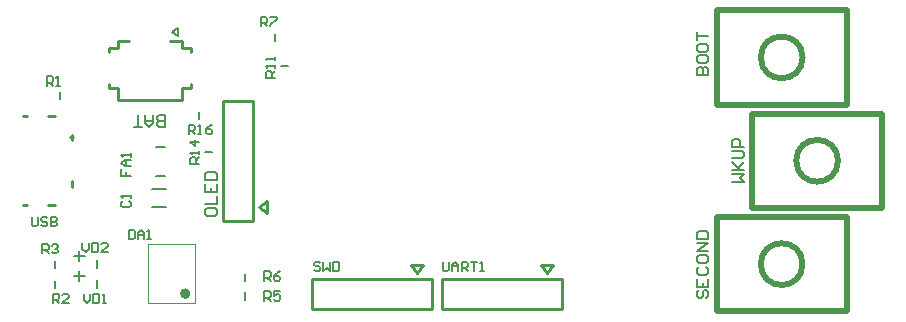
<source format=gto>
G04 Layer_Color=65535*
%FSLAX44Y44*%
%MOMM*%
G71*
G01*
G75*
%ADD42C,0.2540*%
%ADD44C,0.5000*%
%ADD45C,0.2000*%
%ADD46C,0.1000*%
%ADD47C,0.1800*%
%ADD48C,0.1600*%
D42*
X141996Y194002D02*
X149506D01*
X141996Y184002D02*
Y194002D01*
X87996Y184002D02*
X141996D01*
X87996D02*
Y194002D01*
X80506D02*
X87996D01*
X149506D02*
Y197250D01*
X80506Y194002D02*
Y197250D01*
X142008Y228002D02*
X149506D01*
X142008D02*
Y234002D01*
X132500D02*
X142008D01*
X132500Y234000D02*
Y234002D01*
X88006Y234000D02*
X97500D01*
X88006D02*
X88006Y228002D01*
X80501D02*
X88006D01*
X80501Y224500D02*
Y228002D01*
X149500Y224500D02*
Y228002D01*
X149506D01*
X336300Y44450D02*
X341300Y37200D01*
X346300Y44450D01*
X336300D02*
X346300D01*
X252302Y7302D02*
Y32703D01*
X353902D01*
Y7302D02*
Y32703D01*
X252302Y7302D02*
X353902D01*
X446300Y44450D02*
X451300Y37200D01*
X456300Y44450D01*
X446300D02*
X456300D01*
X362303Y7302D02*
Y32703D01*
X463902D01*
Y7302D02*
Y32703D01*
X362303Y7302D02*
X463902D01*
X29000Y170000D02*
X35000D01*
X29000Y95000D02*
X35000D01*
X7750Y170000D02*
X11199D01*
X7750Y95000D02*
X11199D01*
X49000Y150000D02*
Y154500D01*
Y110500D02*
Y115000D01*
X177302Y81098D02*
Y182698D01*
Y81098D02*
X202703Y81098D01*
X177302Y182698D02*
X202703D01*
X202703Y81098D02*
X202703Y182698D01*
X207200Y93700D02*
X214450Y88700D01*
Y98700D01*
X207200Y93700D02*
X214450Y98700D01*
D44*
X697678Y132500D02*
G03*
X697678Y132500I-17678J0D01*
G01*
X667678Y45000D02*
G03*
X667678Y45000I-17678J0D01*
G01*
Y220000D02*
G03*
X667678Y220000I-17678J0D01*
G01*
X147000Y20000D02*
G03*
X147000Y20000I-2000J0D01*
G01*
X625000Y172500D02*
X735000D01*
X625000Y92500D02*
Y172500D01*
Y92500D02*
X735000D01*
Y172500D01*
X595000Y85000D02*
X705000D01*
X595000Y5000D02*
Y85000D01*
Y5000D02*
X705000D01*
Y85000D01*
X595000Y260000D02*
X705000D01*
X595000Y180000D02*
Y260000D01*
Y180000D02*
X705000D01*
Y260000D01*
D45*
X51177Y152177D02*
G03*
X51177Y152177I-1677J0D01*
G01*
X196000Y31000D02*
Y37000D01*
Y15000D02*
Y21000D01*
X35000Y42000D02*
Y48000D01*
Y25000D02*
Y31000D01*
X70000Y41500D02*
Y48500D01*
Y24500D02*
Y31500D01*
X120000Y119500D02*
X128000D01*
X120000Y144500D02*
X128000D01*
X117000Y93000D02*
X129000D01*
X117000Y109000D02*
X129000D01*
X39000Y185000D02*
Y191000D01*
X133500Y241750D02*
X138750Y245000D01*
X133500Y241750D02*
X138750Y238500D01*
Y245000D01*
X162000Y140000D02*
X168000D01*
X157000Y168000D02*
Y174000D01*
X226000Y213000D02*
X232000D01*
X221000Y234000D02*
Y240000D01*
X608003Y114500D02*
X618000D01*
X614668Y117832D01*
X618000Y121165D01*
X608003D01*
Y124497D02*
X618000D01*
X614668D01*
X608003Y131161D01*
X613002Y126163D01*
X618000Y131161D01*
X608003Y134494D02*
X616334D01*
X618000Y136160D01*
Y139492D01*
X616334Y141158D01*
X608003D01*
X618000Y144490D02*
X608003D01*
Y149489D01*
X609669Y151155D01*
X613002D01*
X614668Y149489D01*
Y144490D01*
X579669Y22664D02*
X578003Y20998D01*
Y17666D01*
X579669Y16000D01*
X581335D01*
X583002Y17666D01*
Y20998D01*
X584668Y22664D01*
X586334D01*
X588000Y20998D01*
Y17666D01*
X586334Y16000D01*
X578003Y32661D02*
Y25997D01*
X588000D01*
Y32661D01*
X583002Y25997D02*
Y29329D01*
X579669Y42658D02*
X578003Y40992D01*
Y37660D01*
X579669Y35994D01*
X586334D01*
X588000Y37660D01*
Y40992D01*
X586334Y42658D01*
X578003Y50989D02*
Y47656D01*
X579669Y45990D01*
X586334D01*
X588000Y47656D01*
Y50989D01*
X586334Y52655D01*
X579669D01*
X578003Y50989D01*
X588000Y55987D02*
X578003D01*
X588000Y62652D01*
X578003D01*
Y65984D02*
X588000D01*
Y70982D01*
X586334Y72648D01*
X579669D01*
X578003Y70982D01*
Y65984D01*
Y205000D02*
X588000D01*
Y209998D01*
X586334Y211665D01*
X584668D01*
X583002Y209998D01*
Y205000D01*
Y209998D01*
X581335Y211665D01*
X579669D01*
X578003Y209998D01*
Y205000D01*
Y219995D02*
Y216663D01*
X579669Y214997D01*
X586334D01*
X588000Y216663D01*
Y219995D01*
X586334Y221661D01*
X579669D01*
X578003Y219995D01*
Y229992D02*
Y226660D01*
X579669Y224994D01*
X586334D01*
X588000Y226660D01*
Y229992D01*
X586334Y231658D01*
X579669D01*
X578003Y229992D01*
Y234990D02*
Y241655D01*
Y238323D01*
X588000D01*
X128000Y161003D02*
Y171000D01*
X123002D01*
X121335Y169334D01*
Y167668D01*
X123002Y166002D01*
X128000D01*
X123002D01*
X121335Y164335D01*
Y162669D01*
X123002Y161003D01*
X128000D01*
X118003Y171000D02*
Y164335D01*
X114671Y161003D01*
X111339Y164335D01*
Y171000D01*
Y166002D01*
X118003D01*
X108006Y161003D02*
X101342D01*
X104674D01*
Y171000D01*
X162003Y90998D02*
Y87666D01*
X163669Y86000D01*
X170334D01*
X172000Y87666D01*
Y90998D01*
X170334Y92664D01*
X163669D01*
X162003Y90998D01*
Y95997D02*
X172000D01*
Y102661D01*
X162003Y112658D02*
Y105994D01*
X172000D01*
Y112658D01*
X167002Y105994D02*
Y109326D01*
X162003Y115990D02*
X172000D01*
Y120989D01*
X170334Y122655D01*
X163669D01*
X162003Y120989D01*
Y115990D01*
D46*
X153250Y12000D02*
Y62000D01*
X113250Y12000D02*
X153250D01*
X113250D02*
Y62000D01*
X153250D01*
D47*
X212000Y14000D02*
Y21997D01*
X215999D01*
X217332Y20665D01*
Y17999D01*
X215999Y16666D01*
X212000D01*
X214666D02*
X217332Y14000D01*
X225329Y21997D02*
X219997D01*
Y17999D01*
X222663Y19332D01*
X223996D01*
X225329Y17999D01*
Y15333D01*
X223996Y14000D01*
X221330D01*
X219997Y15333D01*
X212000Y31000D02*
Y38997D01*
X215999D01*
X217332Y37664D01*
Y34999D01*
X215999Y33666D01*
X212000D01*
X214666D02*
X217332Y31000D01*
X225329Y38997D02*
X222663Y37664D01*
X219997Y34999D01*
Y32333D01*
X221330Y31000D01*
X223996D01*
X225329Y32333D01*
Y33666D01*
X223996Y34999D01*
X219997D01*
X58000Y62997D02*
Y57666D01*
X60666Y55000D01*
X63332Y57666D01*
Y62997D01*
X65997D02*
Y55000D01*
X69996D01*
X71329Y56333D01*
Y61665D01*
X69996Y62997D01*
X65997D01*
X79327Y55000D02*
X73995D01*
X79327Y60332D01*
Y61665D01*
X77994Y62997D01*
X75328D01*
X73995Y61665D01*
X59000Y19997D02*
Y14666D01*
X61666Y12000D01*
X64332Y14666D01*
Y19997D01*
X66997D02*
Y12000D01*
X70996D01*
X72329Y13333D01*
Y18664D01*
X70996Y19997D01*
X66997D01*
X74995Y12000D02*
X77661D01*
X76328D01*
Y19997D01*
X74995Y18664D01*
X15000Y84997D02*
Y78333D01*
X16333Y77000D01*
X18999D01*
X20332Y78333D01*
Y84997D01*
X28329Y83665D02*
X26996Y84997D01*
X24330D01*
X22997Y83665D01*
Y82332D01*
X24330Y80999D01*
X26996D01*
X28329Y79666D01*
Y78333D01*
X26996Y77000D01*
X24330D01*
X22997Y78333D01*
X30995Y84997D02*
Y77000D01*
X34994D01*
X36326Y78333D01*
Y79666D01*
X34994Y80999D01*
X30995D01*
X34994D01*
X36326Y82332D01*
Y83665D01*
X34994Y84997D01*
X30995D01*
X363000Y46997D02*
Y40333D01*
X364333Y39000D01*
X366999D01*
X368332Y40333D01*
Y46997D01*
X370997Y39000D02*
Y44332D01*
X373663Y46997D01*
X376329Y44332D01*
Y39000D01*
Y42999D01*
X370997D01*
X378995Y39000D02*
Y46997D01*
X382994D01*
X384327Y45665D01*
Y42999D01*
X382994Y41666D01*
X378995D01*
X381661D02*
X384327Y39000D01*
X386992Y46997D02*
X392324D01*
X389658D01*
Y39000D01*
X394990D02*
X397655D01*
X396323D01*
Y46997D01*
X394990Y45665D01*
X259332D02*
X257999Y46997D01*
X255333D01*
X254000Y45665D01*
Y44332D01*
X255333Y42999D01*
X257999D01*
X259332Y41666D01*
Y40333D01*
X257999Y39000D01*
X255333D01*
X254000Y40333D01*
X261997Y46997D02*
Y39000D01*
X264663Y41666D01*
X267329Y39000D01*
Y46997D01*
X269995D02*
Y39000D01*
X273994D01*
X275326Y40333D01*
Y45665D01*
X273994Y46997D01*
X269995D01*
X24000Y54000D02*
Y61997D01*
X27999D01*
X29332Y60665D01*
Y57999D01*
X27999Y56666D01*
X24000D01*
X26666D02*
X29332Y54000D01*
X31997Y60665D02*
X33330Y61997D01*
X35996D01*
X37329Y60665D01*
Y59332D01*
X35996Y57999D01*
X34663D01*
X35996D01*
X37329Y56666D01*
Y55333D01*
X35996Y54000D01*
X33330D01*
X31997Y55333D01*
X33000Y12000D02*
Y19997D01*
X36999D01*
X38332Y18664D01*
Y15999D01*
X36999Y14666D01*
X33000D01*
X35666D02*
X38332Y12000D01*
X46329D02*
X40997D01*
X46329Y17332D01*
Y18664D01*
X44996Y19997D01*
X42330D01*
X40997Y18664D01*
X148000Y155000D02*
Y162997D01*
X151999D01*
X153332Y161665D01*
Y158999D01*
X151999Y157666D01*
X148000D01*
X150666D02*
X153332Y155000D01*
X155997D02*
X158663D01*
X157330D01*
Y162997D01*
X155997Y161665D01*
X167994Y162997D02*
X165328Y161665D01*
X162662Y158999D01*
Y156333D01*
X163995Y155000D01*
X166661D01*
X167994Y156333D01*
Y157666D01*
X166661Y158999D01*
X162662D01*
X157000Y130000D02*
X149003D01*
Y133999D01*
X150336Y135332D01*
X153001D01*
X154334Y133999D01*
Y130000D01*
Y132666D02*
X157000Y135332D01*
Y137997D02*
Y140663D01*
Y139330D01*
X149003D01*
X150336Y137997D01*
X157000Y148661D02*
X149003D01*
X153001Y144662D01*
Y149994D01*
X221000Y203000D02*
X213003D01*
Y206999D01*
X214335Y208332D01*
X217001D01*
X218334Y206999D01*
Y203000D01*
Y205666D02*
X221000Y208332D01*
Y210997D02*
Y213663D01*
Y212330D01*
X213003D01*
X214335Y210997D01*
X221000Y217662D02*
Y220328D01*
Y218995D01*
X213003D01*
X214335Y217662D01*
X209111Y246224D02*
Y254221D01*
X213110D01*
X214443Y252889D01*
Y250223D01*
X213110Y248890D01*
X209111D01*
X211777D02*
X214443Y246224D01*
X217108Y254221D02*
X222440D01*
Y252889D01*
X217108Y247557D01*
Y246224D01*
X28000Y196000D02*
Y203997D01*
X31999D01*
X33332Y202665D01*
Y199999D01*
X31999Y198666D01*
X28000D01*
X30666D02*
X33332Y196000D01*
X35997D02*
X38663D01*
X37330D01*
Y203997D01*
X35997Y202665D01*
X91003Y125332D02*
Y120000D01*
X95001D01*
Y122666D01*
Y120000D01*
X99000D01*
Y127997D02*
X93668D01*
X91003Y130663D01*
X93668Y133329D01*
X99000D01*
X95001D01*
Y127997D01*
X99000Y135995D02*
Y138661D01*
Y137328D01*
X91003D01*
X92336Y135995D01*
Y98332D02*
X91003Y96999D01*
Y94333D01*
X92336Y93000D01*
X97667D01*
X99000Y94333D01*
Y96999D01*
X97667Y98332D01*
X99000Y100997D02*
Y103663D01*
Y102330D01*
X91003D01*
X92336Y100997D01*
X97000Y73997D02*
Y66000D01*
X100999D01*
X102332Y67333D01*
Y72664D01*
X100999Y73997D01*
X97000D01*
X104997Y66000D02*
Y71332D01*
X107663Y73997D01*
X110329Y71332D01*
Y66000D01*
Y69999D01*
X104997D01*
X112995Y66000D02*
X115661D01*
X114328D01*
Y73997D01*
X112995Y72664D01*
D48*
X55465Y47930D02*
Y56500D01*
X59750Y52215D02*
X51180D01*
X55465Y30930D02*
Y39500D01*
X59750Y35215D02*
X51180D01*
M02*

</source>
